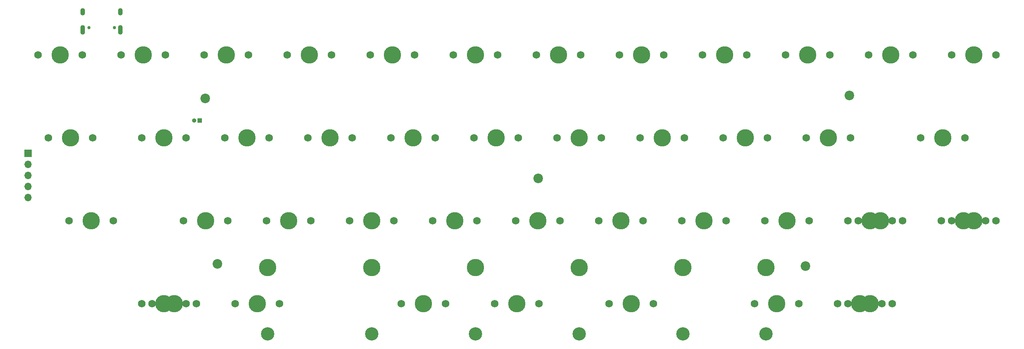
<source format=gbr>
%TF.GenerationSoftware,KiCad,Pcbnew,(7.0.0-0)*%
%TF.CreationDate,2023-04-18T09:58:13-04:00*%
%TF.ProjectId,pi0ii040,70693069-6930-4343-902e-6b696361645f,rev?*%
%TF.SameCoordinates,Original*%
%TF.FileFunction,Soldermask,Top*%
%TF.FilePolarity,Negative*%
%FSLAX46Y46*%
G04 Gerber Fmt 4.6, Leading zero omitted, Abs format (unit mm)*
G04 Created by KiCad (PCBNEW (7.0.0-0)) date 2023-04-18 09:58:13*
%MOMM*%
%LPD*%
G01*
G04 APERTURE LIST*
%ADD10C,1.750000*%
%ADD11C,3.987800*%
%ADD12C,2.200000*%
%ADD13C,3.048000*%
%ADD14R,1.700000X1.700000*%
%ADD15O,1.700000X1.700000*%
%ADD16R,1.000000X1.000000*%
%ADD17O,1.000000X1.000000*%
%ADD18C,0.750000*%
%ADD19O,1.100000X1.700000*%
%ADD20O,1.100000X2.200000*%
G04 APERTURE END LIST*
D10*
%TO.C,MX40*%
X216127500Y-122030625D03*
D11*
X221207500Y-122030625D03*
D10*
X226287500Y-122030625D03*
%TD*%
D12*
%TO.C,REF\u002A\u002A*%
X73961208Y-112870529D03*
%TD*%
D10*
%TO.C,MX27*%
X104208750Y-102980625D03*
D11*
X109288750Y-102980625D03*
D10*
X114368750Y-102980625D03*
%TD*%
%TO.C,MX35*%
X58965000Y-122030625D03*
D11*
X64045000Y-122030625D03*
D10*
X69125000Y-122030625D03*
%TD*%
D11*
%TO.C,MX38*%
X156913750Y-113775625D03*
D13*
X156913750Y-129015625D03*
D10*
X163740000Y-122030625D03*
D11*
X168820000Y-122030625D03*
D10*
X173900000Y-122030625D03*
D11*
X180726250Y-113775625D03*
D13*
X180726250Y-129015625D03*
%TD*%
D10*
%TO.C,MX39*%
X197077500Y-122030625D03*
D11*
X202157500Y-122030625D03*
D10*
X207237500Y-122030625D03*
%TD*%
%TO.C,MX18*%
X132783750Y-83930625D03*
D11*
X137863750Y-83930625D03*
D10*
X142943750Y-83930625D03*
%TD*%
%TO.C,MX15*%
X75633750Y-83930625D03*
D11*
X80713750Y-83930625D03*
D10*
X85793750Y-83930625D03*
%TD*%
%TO.C,MX23*%
X235177500Y-83930625D03*
D11*
X240257500Y-83930625D03*
D10*
X245337500Y-83930625D03*
%TD*%
%TO.C,MX35*%
X56583750Y-122030625D03*
D11*
X61663750Y-122030625D03*
D10*
X66743750Y-122030625D03*
%TD*%
%TO.C,MX2*%
X51821250Y-64880625D03*
D11*
X56901250Y-64880625D03*
D10*
X61981250Y-64880625D03*
%TD*%
%TO.C,MX9*%
X185171250Y-64880625D03*
D11*
X190251250Y-64880625D03*
D10*
X195331250Y-64880625D03*
%TD*%
%TO.C,MX33*%
X220890000Y-102980625D03*
D11*
X225970000Y-102980625D03*
D10*
X231050000Y-102980625D03*
%TD*%
%TO.C,MX19*%
X151833750Y-83930625D03*
D11*
X156913750Y-83930625D03*
D10*
X161993750Y-83930625D03*
%TD*%
%TO.C,MX29*%
X142308750Y-102980625D03*
D11*
X147388750Y-102980625D03*
D10*
X152468750Y-102980625D03*
%TD*%
%TO.C,MX7*%
X147071250Y-64880625D03*
D11*
X152151250Y-64880625D03*
D10*
X157231250Y-64880625D03*
%TD*%
D12*
%TO.C,REF\u002A\u002A*%
X147461208Y-93270529D03*
%TD*%
D10*
%TO.C,MX36*%
X78015000Y-122030625D03*
D11*
X83095000Y-122030625D03*
D10*
X88175000Y-122030625D03*
%TD*%
D12*
%TO.C,REF\u002A\u002A*%
X208761208Y-113370529D03*
%TD*%
D10*
%TO.C,MX12*%
X242321250Y-64880625D03*
D11*
X247401250Y-64880625D03*
D10*
X252481250Y-64880625D03*
%TD*%
%TO.C,MX16*%
X94683750Y-83930625D03*
D11*
X99763750Y-83930625D03*
D10*
X104843750Y-83930625D03*
%TD*%
%TO.C,MX34*%
X239940000Y-102980625D03*
D11*
X245020000Y-102980625D03*
D10*
X250100000Y-102980625D03*
%TD*%
%TO.C,MX21*%
X189933750Y-83930625D03*
D11*
X195013750Y-83930625D03*
D10*
X200093750Y-83930625D03*
%TD*%
%TO.C,MX4*%
X89921250Y-64880625D03*
D11*
X95001250Y-64880625D03*
D10*
X100081250Y-64880625D03*
%TD*%
%TO.C,MX34*%
X242321250Y-102980625D03*
D11*
X247401250Y-102980625D03*
D10*
X252481250Y-102980625D03*
%TD*%
%TO.C,MX17*%
X113733750Y-83930625D03*
D11*
X118813750Y-83930625D03*
D10*
X123893750Y-83930625D03*
%TD*%
%TO.C,MX13*%
X35152500Y-83930625D03*
D11*
X40232500Y-83930625D03*
D10*
X45312500Y-83930625D03*
%TD*%
%TO.C,MX20*%
X170883750Y-83930625D03*
D11*
X175963750Y-83930625D03*
D10*
X181043750Y-83930625D03*
%TD*%
%TO.C,MX28*%
X123258750Y-102980625D03*
D11*
X128338750Y-102980625D03*
D10*
X133418750Y-102980625D03*
%TD*%
%TO.C,MX25*%
X66108750Y-102980625D03*
D11*
X71188750Y-102980625D03*
D10*
X76268750Y-102980625D03*
%TD*%
D11*
%TO.C,MX37*%
X85476250Y-113775625D03*
D13*
X85476250Y-129015625D03*
D10*
X137546250Y-122030625D03*
D11*
X142626250Y-122030625D03*
D10*
X147706250Y-122030625D03*
D11*
X199776250Y-113775625D03*
D13*
X199776250Y-129015625D03*
%TD*%
D10*
%TO.C,MX6*%
X128021250Y-64880625D03*
D11*
X133101250Y-64880625D03*
D10*
X138181250Y-64880625D03*
%TD*%
%TO.C,MX30*%
X161358750Y-102980625D03*
D11*
X166438750Y-102980625D03*
D10*
X171518750Y-102980625D03*
%TD*%
%TO.C,MX40*%
X218508750Y-122030625D03*
D11*
X223588750Y-122030625D03*
D10*
X228668750Y-122030625D03*
%TD*%
%TO.C,MX3*%
X70871250Y-64880625D03*
D11*
X75951250Y-64880625D03*
D10*
X81031250Y-64880625D03*
%TD*%
D12*
%TO.C,REF\u002A\u002A*%
X218861208Y-74170529D03*
%TD*%
D10*
%TO.C,MX10*%
X204221250Y-64880625D03*
D11*
X209301250Y-64880625D03*
D10*
X214381250Y-64880625D03*
%TD*%
%TO.C,MX24*%
X39915000Y-102980625D03*
D11*
X44995000Y-102980625D03*
D10*
X50075000Y-102980625D03*
%TD*%
%TO.C,MX32*%
X199458750Y-102980625D03*
D11*
X204538750Y-102980625D03*
D10*
X209618750Y-102980625D03*
%TD*%
%TO.C,MX1*%
X32771250Y-64880625D03*
D11*
X37851250Y-64880625D03*
D10*
X42931250Y-64880625D03*
%TD*%
%TO.C,MX8*%
X166121250Y-64880625D03*
D11*
X171201250Y-64880625D03*
D10*
X176281250Y-64880625D03*
%TD*%
%TO.C,MX33*%
X218508750Y-102980625D03*
D11*
X223588750Y-102980625D03*
D10*
X228668750Y-102980625D03*
%TD*%
%TO.C,MX26*%
X85158750Y-102980625D03*
D11*
X90238750Y-102980625D03*
D10*
X95318750Y-102980625D03*
%TD*%
%TO.C,MX22*%
X208983750Y-83930625D03*
D11*
X214063750Y-83930625D03*
D10*
X219143750Y-83930625D03*
%TD*%
D11*
%TO.C,MX37*%
X109288750Y-113775625D03*
D13*
X109288750Y-129015625D03*
D10*
X116115000Y-122030625D03*
D11*
X121195000Y-122030625D03*
D10*
X126275000Y-122030625D03*
D11*
X133101250Y-113775625D03*
D13*
X133101250Y-129015625D03*
%TD*%
D10*
%TO.C,MX31*%
X180408750Y-102980625D03*
D11*
X185488750Y-102980625D03*
D10*
X190568750Y-102980625D03*
%TD*%
%TO.C,MX14*%
X56583750Y-83930625D03*
D11*
X61663750Y-83930625D03*
D10*
X66743750Y-83930625D03*
%TD*%
%TO.C,MX11*%
X223271250Y-64880625D03*
D11*
X228351250Y-64880625D03*
D10*
X233431250Y-64880625D03*
%TD*%
%TO.C,MX5*%
X108971250Y-64880625D03*
D11*
X114051250Y-64880625D03*
D10*
X119131250Y-64880625D03*
%TD*%
D12*
%TO.C,REF\u002A\u002A*%
X71161208Y-74870529D03*
%TD*%
D14*
%TO.C,J2*%
X30499999Y-87524999D03*
D15*
X30499999Y-90064999D03*
X30499999Y-92604999D03*
X30499999Y-95144999D03*
X30499999Y-97684999D03*
%TD*%
D16*
%TO.C,Reset*%
X69849999Y-79949999D03*
D17*
X68579999Y-79949999D03*
%TD*%
D18*
%TO.C,USB1*%
X44486250Y-58633725D03*
X50266250Y-58633725D03*
D19*
X43056249Y-54983724D03*
D20*
X43056249Y-59163724D03*
D19*
X51696249Y-54983724D03*
D20*
X51696249Y-59163724D03*
%TD*%
M02*

</source>
